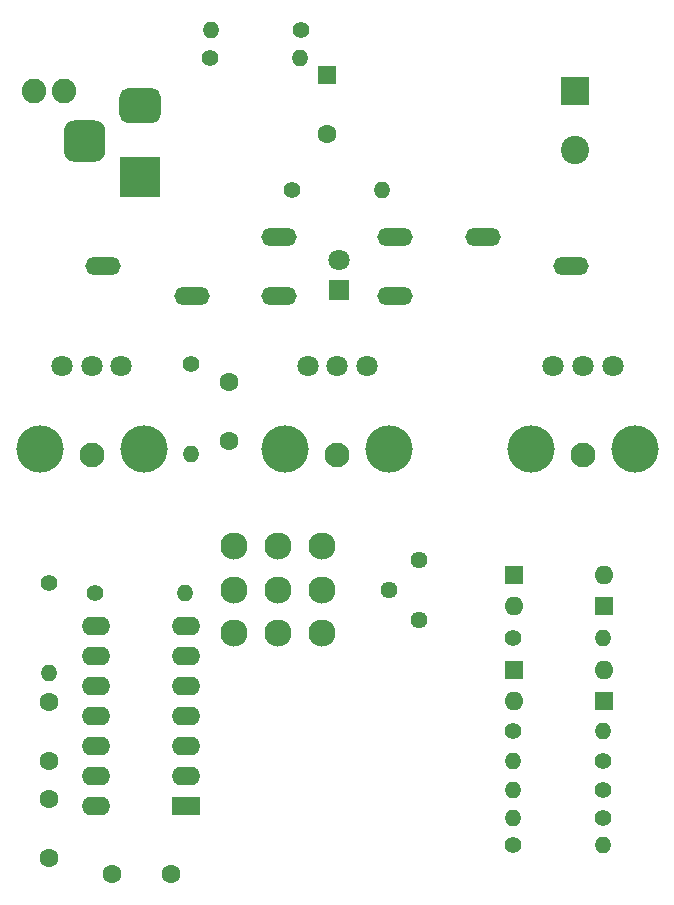
<source format=gbr>
%TF.GenerationSoftware,KiCad,Pcbnew,5.1.8-5.1.8*%
%TF.CreationDate,2021-11-25T16:42:30+01:00*%
%TF.ProjectId,diodedistortion,64696f64-6564-4697-9374-6f7274696f6e,rev?*%
%TF.SameCoordinates,Original*%
%TF.FileFunction,Soldermask,Bot*%
%TF.FilePolarity,Negative*%
%FSLAX46Y46*%
G04 Gerber Fmt 4.6, Leading zero omitted, Abs format (unit mm)*
G04 Created by KiCad (PCBNEW 5.1.8-5.1.8) date 2021-11-25 16:42:30*
%MOMM*%
%LPD*%
G01*
G04 APERTURE LIST*
%ADD10C,2.300000*%
%ADD11C,2.100000*%
%ADD12O,1.400000X1.400000*%
%ADD13C,1.400000*%
%ADD14O,1.600000X1.600000*%
%ADD15R,1.600000X1.600000*%
%ADD16O,2.400000X1.600000*%
%ADD17R,2.400000X1.600000*%
%ADD18C,1.440000*%
%ADD19C,4.000000*%
%ADD20C,1.800000*%
%ADD21O,3.000000X1.524000*%
%ADD22R,3.500000X3.500000*%
%ADD23R,1.800000X1.800000*%
%ADD24C,1.600000*%
%ADD25C,2.400000*%
%ADD26R,2.400000X2.400000*%
%ADD27C,2.082800*%
G04 APERTURE END LIST*
D10*
%TO.C,S1*%
X86475000Y-111275000D03*
X90175000Y-111275000D03*
X82775000Y-111275000D03*
X90175000Y-114975000D03*
X86475000Y-114975000D03*
X82775000Y-114975000D03*
X90175000Y-118675000D03*
X82775000Y-118675000D03*
X86475000Y-118675000D03*
%TD*%
D11*
%TO.C,REF\u002A\u002A*%
X70700000Y-103575000D03*
%TD*%
%TO.C,REF\u002A\u002A*%
X91500000Y-103575000D03*
%TD*%
%TO.C,REF\u002A\u002A*%
X112300000Y-103575000D03*
%TD*%
D12*
%TO.C,R12*%
X113970000Y-136600000D03*
D13*
X106350000Y-136600000D03*
%TD*%
D12*
%TO.C,R11*%
X67100000Y-122020000D03*
D13*
X67100000Y-114400000D03*
%TD*%
D12*
%TO.C,R10*%
X79100000Y-103495000D03*
D13*
X79100000Y-95875000D03*
%TD*%
D12*
%TO.C,R9*%
X78620000Y-115300000D03*
D13*
X71000000Y-115300000D03*
%TD*%
D12*
%TO.C,R8*%
X114020000Y-119075000D03*
D13*
X106400000Y-119075000D03*
%TD*%
D12*
%TO.C,R7*%
X95310000Y-81130000D03*
D13*
X87690000Y-81130000D03*
%TD*%
D12*
%TO.C,R6*%
X106380000Y-134275000D03*
D13*
X114000000Y-134275000D03*
%TD*%
D12*
%TO.C,R5*%
X106380000Y-131975000D03*
D13*
X114000000Y-131975000D03*
%TD*%
D12*
%TO.C,R4*%
X106380000Y-129475000D03*
D13*
X114000000Y-129475000D03*
%TD*%
D12*
%TO.C,R3*%
X114020000Y-126975000D03*
D13*
X106400000Y-126975000D03*
%TD*%
D12*
%TO.C,R2*%
X80780000Y-67600000D03*
D13*
X88400000Y-67600000D03*
%TD*%
D12*
%TO.C,R1*%
X88380000Y-69920000D03*
D13*
X80760000Y-69920000D03*
%TD*%
D14*
%TO.C,D4*%
X106480000Y-116375000D03*
D15*
X114100000Y-116375000D03*
%TD*%
D16*
%TO.C,U1*%
X71080000Y-133300000D03*
X78700000Y-118060000D03*
X71080000Y-130760000D03*
X78700000Y-120600000D03*
X71080000Y-128220000D03*
X78700000Y-123140000D03*
X71080000Y-125680000D03*
X78700000Y-125680000D03*
X71080000Y-123140000D03*
X78700000Y-128220000D03*
X71080000Y-120600000D03*
X78700000Y-130760000D03*
X71080000Y-118060000D03*
D17*
X78700000Y-133300000D03*
%TD*%
D18*
%TO.C,RV4*%
X98450000Y-112450000D03*
X95910000Y-114990000D03*
X98450000Y-117530000D03*
%TD*%
D19*
%TO.C,RV3*%
X75100000Y-103075000D03*
X66300000Y-103075000D03*
D20*
X73200000Y-96075000D03*
X70700000Y-96075000D03*
X68200000Y-96075000D03*
%TD*%
D19*
%TO.C,RV2*%
X95900000Y-103075000D03*
X87100000Y-103075000D03*
D20*
X94000000Y-96075000D03*
X91500000Y-96075000D03*
X89000000Y-96075000D03*
%TD*%
D19*
%TO.C,RV1*%
X116700000Y-103075000D03*
X107900000Y-103075000D03*
D20*
X114800000Y-96075000D03*
X112300000Y-96075000D03*
X109800000Y-96075000D03*
%TD*%
D21*
%TO.C,J3*%
X86600000Y-85100000D03*
X86600000Y-90100000D03*
X79200000Y-90100000D03*
X71700000Y-87600000D03*
%TD*%
%TO.C,J2*%
X96400000Y-90100000D03*
X96400000Y-85100000D03*
X103800000Y-85100000D03*
X111300000Y-87600000D03*
%TD*%
%TO.C,J1*%
G36*
G01*
X69225000Y-75250000D02*
X70975000Y-75250000D01*
G75*
G02*
X71850000Y-76125000I0J-875000D01*
G01*
X71850000Y-77875000D01*
G75*
G02*
X70975000Y-78750000I-875000J0D01*
G01*
X69225000Y-78750000D01*
G75*
G02*
X68350000Y-77875000I0J875000D01*
G01*
X68350000Y-76125000D01*
G75*
G02*
X69225000Y-75250000I875000J0D01*
G01*
G37*
G36*
G01*
X73800000Y-72500000D02*
X75800000Y-72500000D01*
G75*
G02*
X76550000Y-73250000I0J-750000D01*
G01*
X76550000Y-74750000D01*
G75*
G02*
X75800000Y-75500000I-750000J0D01*
G01*
X73800000Y-75500000D01*
G75*
G02*
X73050000Y-74750000I0J750000D01*
G01*
X73050000Y-73250000D01*
G75*
G02*
X73800000Y-72500000I750000J0D01*
G01*
G37*
D22*
X74800000Y-80000000D03*
%TD*%
D14*
%TO.C,D5*%
X114120000Y-113775000D03*
D15*
X106500000Y-113775000D03*
%TD*%
D14*
%TO.C,D3*%
X114120000Y-121775000D03*
D15*
X106500000Y-121775000D03*
%TD*%
D20*
%TO.C,D2*%
X91600000Y-87060000D03*
D23*
X91600000Y-89600000D03*
%TD*%
D14*
%TO.C,D1*%
X106480000Y-124375000D03*
D15*
X114100000Y-124375000D03*
%TD*%
D24*
%TO.C,C6*%
X67075000Y-132700000D03*
X67075000Y-137700000D03*
%TD*%
%TO.C,C5*%
X82350000Y-102425000D03*
X82350000Y-97425000D03*
%TD*%
%TO.C,C4*%
X67100000Y-129500000D03*
X67100000Y-124500000D03*
%TD*%
%TO.C,C3*%
X90620000Y-76430000D03*
D15*
X90620000Y-71430000D03*
%TD*%
D24*
%TO.C,C2*%
X77450000Y-139050000D03*
X72450000Y-139050000D03*
%TD*%
D25*
%TO.C,C1*%
X111650000Y-77720000D03*
D26*
X111650000Y-72720000D03*
%TD*%
D27*
%TO.C,BT1*%
X65790000Y-72740000D03*
X68330000Y-72740000D03*
%TD*%
M02*

</source>
